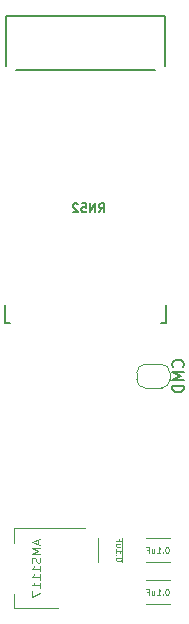
<source format=gbr>
%TF.GenerationSoftware,KiCad,Pcbnew,(5.1.8)-1*%
%TF.CreationDate,2020-11-16T23:50:31-05:00*%
%TF.ProjectId,podemu_customboard,706f6465-6d75-45f6-9375-73746f6d626f,rev?*%
%TF.SameCoordinates,Original*%
%TF.FileFunction,Legend,Bot*%
%TF.FilePolarity,Positive*%
%FSLAX46Y46*%
G04 Gerber Fmt 4.6, Leading zero omitted, Abs format (unit mm)*
G04 Created by KiCad (PCBNEW (5.1.8)-1) date 2020-11-16 23:50:31*
%MOMM*%
%LPD*%
G01*
G04 APERTURE LIST*
%ADD10C,0.120000*%
%ADD11C,0.127000*%
%ADD12C,0.100000*%
%ADD13C,0.150000*%
G04 APERTURE END LIST*
D10*
%TO.C,0.1uF*%
X179872000Y-135632000D02*
X181872000Y-135632000D01*
X181872000Y-137672000D02*
X179872000Y-137672000D01*
D11*
%TO.C,RN52*%
X180652000Y-95994000D02*
X168852000Y-95994000D01*
X181552000Y-117394000D02*
X181552000Y-115894000D01*
X181152000Y-117394000D02*
X181552000Y-117394000D01*
X167952000Y-117394000D02*
X167952000Y-115894000D01*
X168352000Y-117394000D02*
X167952000Y-117394000D01*
X181502000Y-91394000D02*
X181502000Y-95694000D01*
X168002000Y-91394000D02*
X181502000Y-91394000D01*
X168002000Y-95694000D02*
X168002000Y-91394000D01*
D10*
%TO.C,0.1uF*%
X181872000Y-141228000D02*
X179872000Y-141228000D01*
X179872000Y-139188000D02*
X181872000Y-139188000D01*
%TO.C,C3*%
X175764000Y-137628000D02*
X175764000Y-135628000D01*
X177804000Y-135628000D02*
X177804000Y-137628000D01*
%TO.C,CMD*%
X181182000Y-120920000D02*
X179782000Y-120920000D01*
X179082000Y-121620000D02*
X179082000Y-122220000D01*
X179782000Y-122920000D02*
X181182000Y-122920000D01*
X181882000Y-122220000D02*
X181882000Y-121620000D01*
X179782000Y-120920000D02*
G75*
G03*
X179082000Y-121620000I0J-700000D01*
G01*
X179082000Y-122220000D02*
G75*
G03*
X179782000Y-122920000I700000J0D01*
G01*
X181182000Y-122920000D02*
G75*
G03*
X181882000Y-122220000I0J700000D01*
G01*
X181882000Y-121620000D02*
G75*
G03*
X181182000Y-120920000I-700000J0D01*
G01*
%TO.C,AMS1117*%
X168676000Y-141586000D02*
X168676000Y-140326000D01*
X168676000Y-134766000D02*
X168676000Y-136026000D01*
X172436000Y-141586000D02*
X168676000Y-141586000D01*
X174686000Y-134766000D02*
X168676000Y-134766000D01*
%TO.C,0.1uF*%
D12*
X181669428Y-136378190D02*
X181621809Y-136378190D01*
X181574190Y-136402000D01*
X181550380Y-136425809D01*
X181526571Y-136473428D01*
X181502761Y-136568666D01*
X181502761Y-136687714D01*
X181526571Y-136782952D01*
X181550380Y-136830571D01*
X181574190Y-136854380D01*
X181621809Y-136878190D01*
X181669428Y-136878190D01*
X181717047Y-136854380D01*
X181740857Y-136830571D01*
X181764666Y-136782952D01*
X181788476Y-136687714D01*
X181788476Y-136568666D01*
X181764666Y-136473428D01*
X181740857Y-136425809D01*
X181717047Y-136402000D01*
X181669428Y-136378190D01*
X181288476Y-136830571D02*
X181264666Y-136854380D01*
X181288476Y-136878190D01*
X181312285Y-136854380D01*
X181288476Y-136830571D01*
X181288476Y-136878190D01*
X180788476Y-136878190D02*
X181074190Y-136878190D01*
X180931333Y-136878190D02*
X180931333Y-136378190D01*
X180978952Y-136449619D01*
X181026571Y-136497238D01*
X181074190Y-136521047D01*
X180359904Y-136544857D02*
X180359904Y-136878190D01*
X180574190Y-136544857D02*
X180574190Y-136806761D01*
X180550380Y-136854380D01*
X180502761Y-136878190D01*
X180431333Y-136878190D01*
X180383714Y-136854380D01*
X180359904Y-136830571D01*
X179955142Y-136616285D02*
X180121809Y-136616285D01*
X180121809Y-136878190D02*
X180121809Y-136378190D01*
X179883714Y-136378190D01*
%TO.C,RN52*%
D13*
X175881000Y-108035285D02*
X176131000Y-107678142D01*
X176309571Y-108035285D02*
X176309571Y-107285285D01*
X176023857Y-107285285D01*
X175952428Y-107321000D01*
X175916714Y-107356714D01*
X175881000Y-107428142D01*
X175881000Y-107535285D01*
X175916714Y-107606714D01*
X175952428Y-107642428D01*
X176023857Y-107678142D01*
X176309571Y-107678142D01*
X175559571Y-108035285D02*
X175559571Y-107285285D01*
X175131000Y-108035285D01*
X175131000Y-107285285D01*
X174416714Y-107285285D02*
X174773857Y-107285285D01*
X174809571Y-107642428D01*
X174773857Y-107606714D01*
X174702428Y-107571000D01*
X174523857Y-107571000D01*
X174452428Y-107606714D01*
X174416714Y-107642428D01*
X174381000Y-107713857D01*
X174381000Y-107892428D01*
X174416714Y-107963857D01*
X174452428Y-107999571D01*
X174523857Y-108035285D01*
X174702428Y-108035285D01*
X174773857Y-107999571D01*
X174809571Y-107963857D01*
X174095285Y-107356714D02*
X174059571Y-107321000D01*
X173988142Y-107285285D01*
X173809571Y-107285285D01*
X173738142Y-107321000D01*
X173702428Y-107356714D01*
X173666714Y-107428142D01*
X173666714Y-107499571D01*
X173702428Y-107606714D01*
X174131000Y-108035285D01*
X173666714Y-108035285D01*
%TO.C,0.1uF*%
D12*
X181669428Y-139934190D02*
X181621809Y-139934190D01*
X181574190Y-139958000D01*
X181550380Y-139981809D01*
X181526571Y-140029428D01*
X181502761Y-140124666D01*
X181502761Y-140243714D01*
X181526571Y-140338952D01*
X181550380Y-140386571D01*
X181574190Y-140410380D01*
X181621809Y-140434190D01*
X181669428Y-140434190D01*
X181717047Y-140410380D01*
X181740857Y-140386571D01*
X181764666Y-140338952D01*
X181788476Y-140243714D01*
X181788476Y-140124666D01*
X181764666Y-140029428D01*
X181740857Y-139981809D01*
X181717047Y-139958000D01*
X181669428Y-139934190D01*
X181288476Y-140386571D02*
X181264666Y-140410380D01*
X181288476Y-140434190D01*
X181312285Y-140410380D01*
X181288476Y-140386571D01*
X181288476Y-140434190D01*
X180788476Y-140434190D02*
X181074190Y-140434190D01*
X180931333Y-140434190D02*
X180931333Y-139934190D01*
X180978952Y-140005619D01*
X181026571Y-140053238D01*
X181074190Y-140077047D01*
X180359904Y-140100857D02*
X180359904Y-140434190D01*
X180574190Y-140100857D02*
X180574190Y-140362761D01*
X180550380Y-140410380D01*
X180502761Y-140434190D01*
X180431333Y-140434190D01*
X180383714Y-140410380D01*
X180359904Y-140386571D01*
X179955142Y-140172285D02*
X180121809Y-140172285D01*
X180121809Y-140434190D02*
X180121809Y-139934190D01*
X179883714Y-139934190D01*
%TO.C,C3*%
X177819809Y-137449428D02*
X177819809Y-137401809D01*
X177796000Y-137354190D01*
X177772190Y-137330380D01*
X177724571Y-137306571D01*
X177629333Y-137282761D01*
X177510285Y-137282761D01*
X177415047Y-137306571D01*
X177367428Y-137330380D01*
X177343619Y-137354190D01*
X177319809Y-137401809D01*
X177319809Y-137449428D01*
X177343619Y-137497047D01*
X177367428Y-137520857D01*
X177415047Y-137544666D01*
X177510285Y-137568476D01*
X177629333Y-137568476D01*
X177724571Y-137544666D01*
X177772190Y-137520857D01*
X177796000Y-137497047D01*
X177819809Y-137449428D01*
X177367428Y-137068476D02*
X177343619Y-137044666D01*
X177319809Y-137068476D01*
X177343619Y-137092285D01*
X177367428Y-137068476D01*
X177319809Y-137068476D01*
X177319809Y-136568476D02*
X177319809Y-136854190D01*
X177319809Y-136711333D02*
X177819809Y-136711333D01*
X177748380Y-136758952D01*
X177700761Y-136806571D01*
X177676952Y-136854190D01*
X177653142Y-136139904D02*
X177319809Y-136139904D01*
X177653142Y-136354190D02*
X177391238Y-136354190D01*
X177343619Y-136330380D01*
X177319809Y-136282761D01*
X177319809Y-136211333D01*
X177343619Y-136163714D01*
X177367428Y-136139904D01*
X177581714Y-135735142D02*
X177581714Y-135901809D01*
X177319809Y-135901809D02*
X177819809Y-135901809D01*
X177819809Y-135663714D01*
%TO.C,CMD*%
D13*
X182983142Y-121158095D02*
X183030761Y-121110476D01*
X183078380Y-120967619D01*
X183078380Y-120872380D01*
X183030761Y-120729523D01*
X182935523Y-120634285D01*
X182840285Y-120586666D01*
X182649809Y-120539047D01*
X182506952Y-120539047D01*
X182316476Y-120586666D01*
X182221238Y-120634285D01*
X182126000Y-120729523D01*
X182078380Y-120872380D01*
X182078380Y-120967619D01*
X182126000Y-121110476D01*
X182173619Y-121158095D01*
X183078380Y-121586666D02*
X182078380Y-121586666D01*
X182792666Y-121920000D01*
X182078380Y-122253333D01*
X183078380Y-122253333D01*
X183078380Y-122729523D02*
X182078380Y-122729523D01*
X182078380Y-122967619D01*
X182126000Y-123110476D01*
X182221238Y-123205714D01*
X182316476Y-123253333D01*
X182506952Y-123300952D01*
X182649809Y-123300952D01*
X182840285Y-123253333D01*
X182935523Y-123205714D01*
X183030761Y-123110476D01*
X183078380Y-122967619D01*
X183078380Y-122729523D01*
%TO.C,AMS1117*%
D12*
X170711000Y-135783142D02*
X170711000Y-136140285D01*
X170925285Y-135711714D02*
X170175285Y-135961714D01*
X170925285Y-136211714D01*
X170925285Y-136461714D02*
X170175285Y-136461714D01*
X170711000Y-136711714D01*
X170175285Y-136961714D01*
X170925285Y-136961714D01*
X170889571Y-137283142D02*
X170925285Y-137390285D01*
X170925285Y-137568857D01*
X170889571Y-137640285D01*
X170853857Y-137676000D01*
X170782428Y-137711714D01*
X170711000Y-137711714D01*
X170639571Y-137676000D01*
X170603857Y-137640285D01*
X170568142Y-137568857D01*
X170532428Y-137426000D01*
X170496714Y-137354571D01*
X170461000Y-137318857D01*
X170389571Y-137283142D01*
X170318142Y-137283142D01*
X170246714Y-137318857D01*
X170211000Y-137354571D01*
X170175285Y-137426000D01*
X170175285Y-137604571D01*
X170211000Y-137711714D01*
X170925285Y-138426000D02*
X170925285Y-137997428D01*
X170925285Y-138211714D02*
X170175285Y-138211714D01*
X170282428Y-138140285D01*
X170353857Y-138068857D01*
X170389571Y-137997428D01*
X170925285Y-139140285D02*
X170925285Y-138711714D01*
X170925285Y-138926000D02*
X170175285Y-138926000D01*
X170282428Y-138854571D01*
X170353857Y-138783142D01*
X170389571Y-138711714D01*
X170925285Y-139854571D02*
X170925285Y-139426000D01*
X170925285Y-139640285D02*
X170175285Y-139640285D01*
X170282428Y-139568857D01*
X170353857Y-139497428D01*
X170389571Y-139426000D01*
X170175285Y-140104571D02*
X170175285Y-140604571D01*
X170925285Y-140283142D01*
%TD*%
M02*

</source>
